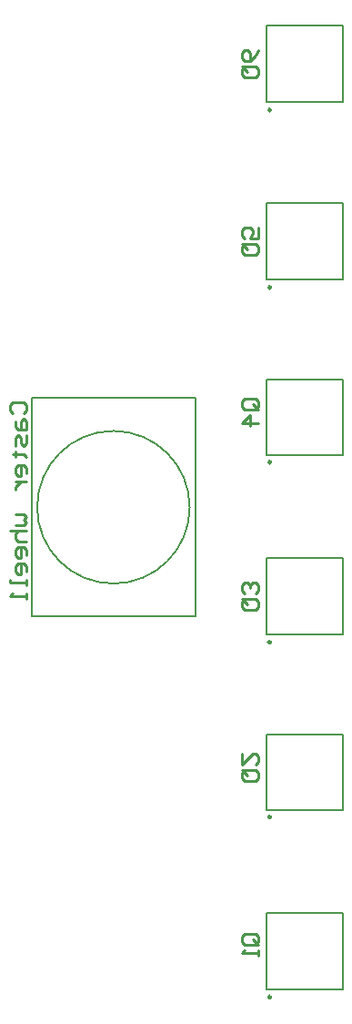
<source format=gbo>
%TF.GenerationSoftware,Altium Limited,DefaultClient, ()*%
G04 Layer_Color=32896*
%FSLAX45Y45*%
%MOMM*%
%TF.SameCoordinates,AE975085-364B-4CEB-9B6D-173D2EE7C3AA*%
%TF.FilePolarity,Positive*%
%TF.FileFunction,Legend,Bot*%
%TF.Part,Single*%
G01*
G75*
%TA.AperFunction,NonConductor*%
%ADD72C,0.25000*%
%ADD73C,0.25400*%
%ADD75C,0.20000*%
%ADD76C,0.12700*%
D72*
X13912500Y6175000D02*
G03*
X13912500Y6175000I-12500J0D01*
G01*
Y7825000D02*
G03*
X13912500Y7825000I-12500J0D01*
G01*
Y-425000D02*
G03*
X13912500Y-425000I-12500J0D01*
G01*
Y1250000D02*
G03*
X13912500Y1250000I-12500J0D01*
G01*
Y2875000D02*
G03*
X13912500Y2875000I-12500J0D01*
G01*
Y4550000D02*
G03*
X13912500Y4550000I-12500J0D01*
G01*
D73*
X13665218Y8229608D02*
X13766785D01*
X13792175Y8204216D01*
Y8153433D01*
X13766785Y8128041D01*
X13665218D01*
X13639825Y8153433D01*
Y8204216D01*
X13690608Y8178824D02*
X13639825Y8229608D01*
Y8204216D02*
X13665218Y8229608D01*
X13792175Y8381959D02*
X13766785Y8331175D01*
X13716000Y8280392D01*
X13665218D01*
X13639825Y8305783D01*
Y8356567D01*
X13665218Y8381959D01*
X13690608D01*
X13716000Y8356567D01*
Y8280392D01*
X13665218Y6578608D02*
X13766785D01*
X13792175Y6553216D01*
Y6502433D01*
X13766785Y6477041D01*
X13665218D01*
X13639825Y6502433D01*
Y6553216D01*
X13690608Y6527824D02*
X13639825Y6578608D01*
Y6553216D02*
X13665218Y6578608D01*
X13792175Y6730959D02*
Y6629392D01*
X13716000D01*
X13741393Y6680175D01*
Y6705567D01*
X13716000Y6730959D01*
X13665218D01*
X13639825Y6705567D01*
Y6654783D01*
X13665218Y6629392D01*
X13766783Y5041891D02*
X13665216D01*
X13639824Y5067283D01*
Y5118067D01*
X13665216Y5143459D01*
X13766783D01*
X13792175Y5118067D01*
Y5067283D01*
X13741393Y5092675D02*
X13792175Y5041891D01*
Y5067283D02*
X13766783Y5041891D01*
X13792175Y4914933D02*
X13639824D01*
X13716000Y4991108D01*
Y4889541D01*
X13665218Y3276608D02*
X13766785D01*
X13792175Y3251216D01*
Y3200433D01*
X13766785Y3175041D01*
X13665218D01*
X13639825Y3200433D01*
Y3251216D01*
X13690608Y3225824D02*
X13639825Y3276608D01*
Y3251216D02*
X13665218Y3276608D01*
X13766785Y3327392D02*
X13792175Y3352783D01*
Y3403567D01*
X13766785Y3428959D01*
X13741393D01*
X13716000Y3403567D01*
Y3378175D01*
Y3403567D01*
X13690608Y3428959D01*
X13665218D01*
X13639825Y3403567D01*
Y3352783D01*
X13665218Y3327392D01*
Y1689108D02*
X13766785D01*
X13792175Y1663716D01*
Y1612933D01*
X13766785Y1587541D01*
X13665218D01*
X13639825Y1612933D01*
Y1663716D01*
X13690608Y1638324D02*
X13639825Y1689108D01*
Y1663716D02*
X13665218Y1689108D01*
X13639825Y1841459D02*
Y1739892D01*
X13741393Y1841459D01*
X13766785D01*
X13792175Y1816067D01*
Y1765283D01*
X13766785Y1739892D01*
X13766783Y63499D02*
X13665216D01*
X13639824Y88891D01*
Y139675D01*
X13665216Y165067D01*
X13766783D01*
X13792175Y139675D01*
Y88891D01*
X13741393Y114283D02*
X13792175Y63499D01*
Y88891D02*
X13766783Y63499D01*
X13792175Y12716D02*
Y-38067D01*
Y-12676D01*
X13639824D01*
X13665216Y12716D01*
X11506217Y5003537D02*
X11480825Y5028929D01*
Y5079712D01*
X11506217Y5105104D01*
X11607783D01*
X11633175Y5079712D01*
Y5028929D01*
X11607783Y5003537D01*
X11531608Y4927361D02*
Y4876578D01*
X11557000Y4851186D01*
X11633175D01*
Y4927361D01*
X11607783Y4952753D01*
X11582392Y4927361D01*
Y4851186D01*
X11633175Y4800403D02*
Y4724227D01*
X11607783Y4698835D01*
X11582392Y4724227D01*
Y4775011D01*
X11557000Y4800403D01*
X11531608Y4775011D01*
Y4698835D01*
X11506217Y4622660D02*
X11531608D01*
Y4648052D01*
Y4597268D01*
Y4622660D01*
X11607783D01*
X11633175Y4597268D01*
Y4444918D02*
Y4495701D01*
X11607783Y4521093D01*
X11557000D01*
X11531608Y4495701D01*
Y4444918D01*
X11557000Y4419526D01*
X11582392D01*
Y4521093D01*
X11531608Y4368742D02*
X11633175D01*
X11582392D01*
X11557000Y4343350D01*
X11531608Y4317959D01*
Y4292567D01*
Y4064041D02*
X11607783D01*
X11633175Y4038649D01*
X11607783Y4013257D01*
X11633175Y3987866D01*
X11607783Y3962474D01*
X11531608D01*
X11480825Y3911690D02*
X11633175D01*
X11557000D01*
X11531608Y3886298D01*
Y3835515D01*
X11557000Y3810123D01*
X11633175D01*
Y3683164D02*
Y3733948D01*
X11607783Y3759339D01*
X11557000D01*
X11531608Y3733948D01*
Y3683164D01*
X11557000Y3657772D01*
X11582392D01*
Y3759339D01*
X11633175Y3530813D02*
Y3581597D01*
X11607783Y3606989D01*
X11557000D01*
X11531608Y3581597D01*
Y3530813D01*
X11557000Y3505421D01*
X11582392D01*
Y3606989D01*
X11633175Y3454638D02*
Y3403855D01*
Y3429246D01*
X11480825D01*
Y3454638D01*
X11633175Y3327679D02*
Y3276896D01*
Y3302287D01*
X11480825D01*
X11506217Y3327679D01*
D75*
X13869000Y6249000D02*
Y6959000D01*
Y6249000D02*
X14578999D01*
Y6959000D01*
X13869000D02*
X14578999D01*
X13869000Y7900000D02*
Y8610000D01*
Y7900000D02*
X14578999D01*
Y8610000D01*
X13869000D02*
X14578999D01*
X13869000Y-355000D02*
Y355000D01*
Y-355000D02*
X14578999D01*
Y355000D01*
X13869000D02*
X14578999D01*
X13869000Y1309000D02*
Y2019000D01*
Y1309000D02*
X14578999D01*
Y2019000D01*
X13869000D02*
X14578999D01*
X13869000Y2947000D02*
Y3657000D01*
Y2947000D02*
X14578999D01*
Y3657000D01*
X13869000D02*
X14578999D01*
X13869000Y4611000D02*
Y5321000D01*
Y4611000D02*
X14578999D01*
Y5321000D01*
X13869000D02*
X14578999D01*
D76*
X13155952Y4130040D02*
G03*
X13155952Y4130040I-709952J0D01*
G01*
X13208000Y3114040D02*
Y5146040D01*
X11684000D02*
X13208000D01*
X11684000Y3114040D02*
Y5146040D01*
Y3114040D02*
X13208000D01*
%TF.MD5,8e7f3e8958e2778ecedc86a09554826d*%
M02*

</source>
